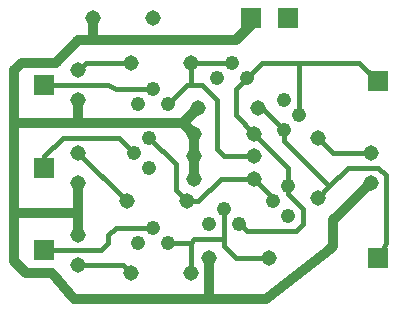
<source format=gbl>
G04 Output by ViewMate Deluxe V11.0.9  PentaLogix LLC*
G04 Sun May 11 19:20:01 2014*
%FSLAX33Y33*%
%MOMM*%
%IPPOS*%
%ADD10C,1.3081*%
%ADD11R,1.8009X1.8009*%
%ADD12C,1.209*%
%ADD13C,0.4064*%
%ADD14C,0.8128*%

%LPD*%
X0Y0D2*D13*G1X4382Y15705D2*X4382Y16657D1*X5969Y18245*X11684Y24595D2*X7874Y24595D1*X7239Y23960*X4382Y22690D2*X9779Y22690D1*X10414Y22372*X13589Y22372*X14859Y21102D2*X16446Y22690D1*X16764Y22690*X18986Y21420D2*X17716Y22690D1*X16764Y22690*X16764Y24595*X20256Y24595*X25972Y24595D2*X31052Y24595D1*X32639Y23007*X32004Y16975D2*X28829Y16975D1*X27559Y18245*X19622Y12212D2*X19622Y9672D1*X19622Y9037*X20574Y8085*X23432Y8085*X26289Y10942D2*X26289Y12212D1*X25019Y13482*X22162Y16657D2*X19622Y16657D1*X18986Y17292*X18986Y21420*X22479Y20785D2*X22796Y20785D1*X24702Y18880*X25972Y20150D2*X25972Y24595D1*X22796Y24595*X21526Y23325*X20574Y22372*X20574Y20150*X22162Y18562*X25019Y15705*X25019Y14117*X25019Y13482*X23749Y12847D2*X23749Y13165D1*X22162Y14752*X19304Y14752*X17399Y12847*X16446Y12847*X15494Y13800*X15494Y16022*X13272Y18245*X12002Y16975D2*X10732Y18245D1*X5969Y18245*X11366Y12847D2*X7239Y16975D1*X11684Y6815D2*X11049Y7450D1*X7239Y7450*X4382Y8720D2*X9144Y8720D1*X9779Y9355*X9779Y9990*X10414Y10625*X13589Y10625*X14859Y9355D2*X16764Y9355D1*X16764Y6815D2*X16764Y9355D1*X17082Y9672*X19622Y9672*X20892Y10942D2*X21526Y10307D1*X25654Y10307*X26289Y10942*X32639Y8085D2*X33274Y9355D1*X33274Y15070*X32639Y15705*X30099Y15705*X28512Y14117*X27559Y13165D2*X28512Y14117D1*X24702Y17927*X24702Y18880*D14*X7239Y21420D2*X7239Y19515D1*X16129Y19515D2*X17399Y20785D1*X17082Y14752D2*X17082Y16657D1*X17082Y18562*X16129Y19515*X7239Y19515*X1842Y19515*X1842Y11895D2*X1842Y7767D1*X2794Y6815*X5016Y6815*X7239Y9990D2*X7239Y11895D1*X7239Y14435D2*X7239Y11895D1*X1842Y11895*X1842Y19515*X1842Y23960*X2476Y24595*X5334Y24595*X7239Y26500*X8509Y26500*X8509Y28405D2*X8509Y26500D1*X20574Y26500*X21844Y28405D2*X21844Y27770D1*X20574Y26500*X32004Y14435D2*X28829Y11260D1*X28829Y9037*X28512Y8720*X23114Y4592*X18352Y4592*X18352Y8085D2*X18352Y4592D1*X6922Y4592*X5016Y6815*D10*X8509Y28405D3*X23432Y8085D3*X27559Y13165D3*X32004Y14435D3*X32004Y16975D3*X27559Y18245D3*X22479Y20785D3*X22162Y18562D3*X22162Y16657D3*X22162Y14752D3*X11684Y6815D3*X16764Y6815D3*X18352Y8085D3*X16446Y12847D3*X17082Y14752D3*X17082Y16657D3*X17082Y18562D3*X17399Y20785D3*X16764Y24595D3*X13589Y28405D3*X11684Y24595D3*X7239Y23960D3*X7239Y21420D3*X7239Y16975D3*X7239Y14435D3*X11366Y12847D3*X7239Y9990D3*X7239Y7450D3*D11*X32639Y8085D3*X32639Y23007D3*X25019Y28405D3*X21844Y28405D3*X4382Y8720D3*X4382Y15705D3*X4382Y22690D3*D12*X24702Y18880D3*X25972Y20150D3*X24702Y21420D3*X21526Y23325D3*X20256Y24595D3*X18986Y23325D3*X14859Y21102D3*X13589Y22372D3*X12319Y21102D3*X13272Y18245D3*X12002Y16975D3*X13272Y15705D3*X12319Y9355D3*X13589Y10625D3*X14859Y9355D3*X18352Y10942D3*X19622Y12212D3*X20892Y10942D3*X25019Y14117D3*X23749Y12847D3*X25019Y11577D3*X0Y0D2*M02*
</source>
